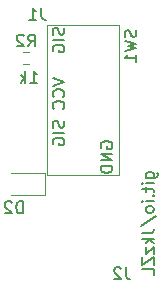
<source format=gbr>
%TF.GenerationSoftware,KiCad,Pcbnew,(5.1.7)-1*%
%TF.CreationDate,2020-11-20T16:51:11-06:00*%
%TF.ProjectId,PROBE-BOARD,50524f42-452d-4424-9f41-52442e6b6963,rev?*%
%TF.SameCoordinates,Original*%
%TF.FileFunction,Legend,Bot*%
%TF.FilePolarity,Positive*%
%FSLAX46Y46*%
G04 Gerber Fmt 4.6, Leading zero omitted, Abs format (unit mm)*
G04 Created by KiCad (PCBNEW (5.1.7)-1) date 2020-11-20 16:51:11*
%MOMM*%
%LPD*%
G01*
G04 APERTURE LIST*
%ADD10C,0.150000*%
%ADD11C,0.120000*%
G04 APERTURE END LIST*
D10*
X5310214Y-6580666D02*
X6119738Y-6580666D01*
X6214976Y-6533047D01*
X6262595Y-6485428D01*
X6310214Y-6390190D01*
X6310214Y-6247333D01*
X6262595Y-6152095D01*
X5929261Y-6580666D02*
X5976880Y-6485428D01*
X5976880Y-6294952D01*
X5929261Y-6199714D01*
X5881642Y-6152095D01*
X5786404Y-6104476D01*
X5500690Y-6104476D01*
X5405452Y-6152095D01*
X5357833Y-6199714D01*
X5310214Y-6294952D01*
X5310214Y-6485428D01*
X5357833Y-6580666D01*
X5976880Y-7056857D02*
X5310214Y-7056857D01*
X4976880Y-7056857D02*
X5024500Y-7009238D01*
X5072119Y-7056857D01*
X5024500Y-7104476D01*
X4976880Y-7056857D01*
X5072119Y-7056857D01*
X5310214Y-7390190D02*
X5310214Y-7771142D01*
X4976880Y-7533047D02*
X5834023Y-7533047D01*
X5929261Y-7580666D01*
X5976880Y-7675904D01*
X5976880Y-7771142D01*
X5881642Y-8104476D02*
X5929261Y-8152095D01*
X5976880Y-8104476D01*
X5929261Y-8056857D01*
X5881642Y-8104476D01*
X5976880Y-8104476D01*
X5976880Y-8580666D02*
X5310214Y-8580666D01*
X4976880Y-8580666D02*
X5024500Y-8533047D01*
X5072119Y-8580666D01*
X5024500Y-8628285D01*
X4976880Y-8580666D01*
X5072119Y-8580666D01*
X5976880Y-9199714D02*
X5929261Y-9104476D01*
X5881642Y-9056857D01*
X5786404Y-9009238D01*
X5500690Y-9009238D01*
X5405452Y-9056857D01*
X5357833Y-9104476D01*
X5310214Y-9199714D01*
X5310214Y-9342571D01*
X5357833Y-9437809D01*
X5405452Y-9485428D01*
X5500690Y-9533047D01*
X5786404Y-9533047D01*
X5881642Y-9485428D01*
X5929261Y-9437809D01*
X5976880Y-9342571D01*
X5976880Y-9199714D01*
X4929261Y-10675904D02*
X6214976Y-9818761D01*
X4976880Y-11294952D02*
X5691166Y-11294952D01*
X5834023Y-11247333D01*
X5929261Y-11152095D01*
X5976880Y-11009238D01*
X5976880Y-10913999D01*
X5976880Y-11771142D02*
X4976880Y-11771142D01*
X5595928Y-11866380D02*
X5976880Y-12152095D01*
X5310214Y-12152095D02*
X5691166Y-11771142D01*
X5310214Y-12485428D02*
X5310214Y-13009238D01*
X5976880Y-12485428D01*
X5976880Y-13009238D01*
X4976880Y-13294952D02*
X4976880Y-13961619D01*
X5976880Y-13294952D01*
X5976880Y-13961619D01*
X5976880Y-14818761D02*
X5976880Y-14342571D01*
X4976880Y-14342571D01*
X-4452952Y1452619D02*
X-3881523Y1452619D01*
X-4167238Y1452619D02*
X-4167238Y2452619D01*
X-4071999Y2309761D01*
X-3976761Y2214523D01*
X-3881523Y2166904D01*
X-4881523Y1452619D02*
X-4881523Y2452619D01*
X-4976761Y1833571D02*
X-5262476Y1452619D01*
X-5262476Y2119285D02*
X-4881523Y1738333D01*
X-1627238Y6103809D02*
X-1579619Y5960952D01*
X-1579619Y5722857D01*
X-1627238Y5627619D01*
X-1674857Y5580000D01*
X-1770095Y5532380D01*
X-1865333Y5532380D01*
X-1960571Y5580000D01*
X-2008190Y5627619D01*
X-2055809Y5722857D01*
X-2103428Y5913333D01*
X-2151047Y6008571D01*
X-2198666Y6056190D01*
X-2293904Y6103809D01*
X-2389142Y6103809D01*
X-2484380Y6056190D01*
X-2532000Y6008571D01*
X-2579619Y5913333D01*
X-2579619Y5675238D01*
X-2532000Y5532380D01*
X-1579619Y5103809D02*
X-2579619Y5103809D01*
X-2532000Y4103809D02*
X-2579619Y4199047D01*
X-2579619Y4341904D01*
X-2532000Y4484761D01*
X-2436761Y4580000D01*
X-2341523Y4627619D01*
X-2151047Y4675238D01*
X-2008190Y4675238D01*
X-1817714Y4627619D01*
X-1722476Y4580000D01*
X-1627238Y4484761D01*
X-1579619Y4341904D01*
X-1579619Y4246666D01*
X-1627238Y4103809D01*
X-1674857Y4056190D01*
X-2008190Y4056190D01*
X-2008190Y4246666D01*
X-2579619Y1841333D02*
X-1579619Y1508000D01*
X-2579619Y1174666D01*
X-1674857Y269904D02*
X-1627238Y317523D01*
X-1579619Y460380D01*
X-1579619Y555619D01*
X-1627238Y698476D01*
X-1722476Y793714D01*
X-1817714Y841333D01*
X-2008190Y888952D01*
X-2151047Y888952D01*
X-2341523Y841333D01*
X-2436761Y793714D01*
X-2532000Y698476D01*
X-2579619Y555619D01*
X-2579619Y460380D01*
X-2532000Y317523D01*
X-2484380Y269904D01*
X-1674857Y-730095D02*
X-1627238Y-682476D01*
X-1579619Y-539619D01*
X-1579619Y-444380D01*
X-1627238Y-301523D01*
X-1722476Y-206285D01*
X-1817714Y-158666D01*
X-2008190Y-111047D01*
X-2151047Y-111047D01*
X-2341523Y-158666D01*
X-2436761Y-206285D01*
X-2532000Y-301523D01*
X-2579619Y-444380D01*
X-2579619Y-539619D01*
X-2532000Y-682476D01*
X-2484380Y-730095D01*
X-1627238Y-1770190D02*
X-1579619Y-1913047D01*
X-1579619Y-2151142D01*
X-1627238Y-2246380D01*
X-1674857Y-2294000D01*
X-1770095Y-2341619D01*
X-1865333Y-2341619D01*
X-1960571Y-2294000D01*
X-2008190Y-2246380D01*
X-2055809Y-2151142D01*
X-2103428Y-1960666D01*
X-2151047Y-1865428D01*
X-2198666Y-1817809D01*
X-2293904Y-1770190D01*
X-2389142Y-1770190D01*
X-2484380Y-1817809D01*
X-2532000Y-1865428D01*
X-2579619Y-1960666D01*
X-2579619Y-2198761D01*
X-2532000Y-2341619D01*
X-1579619Y-2770190D02*
X-2579619Y-2770190D01*
X-2532000Y-3770190D02*
X-2579619Y-3674952D01*
X-2579619Y-3532095D01*
X-2532000Y-3389238D01*
X-2436761Y-3294000D01*
X-2341523Y-3246380D01*
X-2151047Y-3198761D01*
X-2008190Y-3198761D01*
X-1817714Y-3246380D01*
X-1722476Y-3294000D01*
X-1627238Y-3389238D01*
X-1579619Y-3532095D01*
X-1579619Y-3627333D01*
X-1627238Y-3770190D01*
X-1674857Y-3817809D01*
X-2008190Y-3817809D01*
X-2008190Y-3627333D01*
X1532000Y-4064095D02*
X1484380Y-3968857D01*
X1484380Y-3826000D01*
X1532000Y-3683142D01*
X1627238Y-3587904D01*
X1722476Y-3540285D01*
X1912952Y-3492666D01*
X2055809Y-3492666D01*
X2246285Y-3540285D01*
X2341523Y-3587904D01*
X2436761Y-3683142D01*
X2484380Y-3826000D01*
X2484380Y-3921238D01*
X2436761Y-4064095D01*
X2389142Y-4111714D01*
X2055809Y-4111714D01*
X2055809Y-3921238D01*
X2484380Y-4540285D02*
X1484380Y-4540285D01*
X2484380Y-5111714D01*
X1484380Y-5111714D01*
X2484380Y-5587904D02*
X1484380Y-5587904D01*
X1484380Y-5826000D01*
X1532000Y-5968857D01*
X1627238Y-6064095D01*
X1722476Y-6111714D01*
X1912952Y-6159333D01*
X2055809Y-6159333D01*
X2246285Y-6111714D01*
X2341523Y-6064095D01*
X2436761Y-5968857D01*
X2484380Y-5826000D01*
X2484380Y-5587904D01*
X3635333Y-14184380D02*
X3635333Y-14898666D01*
X3682952Y-15041523D01*
X3778190Y-15136761D01*
X3921047Y-15184380D01*
X4016285Y-15184380D01*
X3206761Y-14279619D02*
X3159142Y-14232000D01*
X3063904Y-14184380D01*
X2825809Y-14184380D01*
X2730571Y-14232000D01*
X2682952Y-14279619D01*
X2635333Y-14374857D01*
X2635333Y-14470095D01*
X2682952Y-14612952D01*
X3254380Y-15184380D01*
X2635333Y-15184380D01*
X-3540166Y7786619D02*
X-3540166Y7072333D01*
X-3492547Y6929476D01*
X-3397309Y6834238D01*
X-3254452Y6786619D01*
X-3159214Y6786619D01*
X-4540166Y6786619D02*
X-3968738Y6786619D01*
X-4254452Y6786619D02*
X-4254452Y7786619D01*
X-4159214Y7643761D01*
X-4063976Y7548523D01*
X-3968738Y7500904D01*
D11*
X-3048000Y-6350000D02*
X-3048000Y6350000D01*
X3048000Y-6350000D02*
X-3048000Y-6350000D01*
X3048000Y6350000D02*
X3048000Y-6350000D01*
X-3048000Y6350000D02*
X3048000Y6350000D01*
%TO.C,R2*%
X-4571276Y3033500D02*
X-5080724Y3033500D01*
X-4571276Y4078500D02*
X-5080724Y4078500D01*
%TO.C,D2*%
X-3211000Y-8072000D02*
X-6071000Y-8072000D01*
X-3211000Y-6152000D02*
X-3211000Y-8072000D01*
X-6071000Y-6152000D02*
X-3211000Y-6152000D01*
%TO.C,SW1*%
D10*
X4468761Y5905333D02*
X4516380Y5762476D01*
X4516380Y5524380D01*
X4468761Y5429142D01*
X4421142Y5381523D01*
X4325904Y5333904D01*
X4230666Y5333904D01*
X4135428Y5381523D01*
X4087809Y5429142D01*
X4040190Y5524380D01*
X3992571Y5714857D01*
X3944952Y5810095D01*
X3897333Y5857714D01*
X3802095Y5905333D01*
X3706857Y5905333D01*
X3611619Y5857714D01*
X3564000Y5810095D01*
X3516380Y5714857D01*
X3516380Y5476761D01*
X3564000Y5333904D01*
X3516380Y5000571D02*
X4516380Y4762476D01*
X3802095Y4572000D01*
X4516380Y4381523D01*
X3516380Y4143428D01*
X4516380Y3238666D02*
X4516380Y3810095D01*
X4516380Y3524380D02*
X3516380Y3524380D01*
X3659238Y3619619D01*
X3754476Y3714857D01*
X3802095Y3810095D01*
%TO.C,R2*%
X-4659333Y4533619D02*
X-4326000Y5009809D01*
X-4087904Y4533619D02*
X-4087904Y5533619D01*
X-4468857Y5533619D01*
X-4564095Y5486000D01*
X-4611714Y5438380D01*
X-4659333Y5343142D01*
X-4659333Y5200285D01*
X-4611714Y5105047D01*
X-4564095Y5057428D01*
X-4468857Y5009809D01*
X-4087904Y5009809D01*
X-5040285Y5438380D02*
X-5087904Y5486000D01*
X-5183142Y5533619D01*
X-5421238Y5533619D01*
X-5516476Y5486000D01*
X-5564095Y5438380D01*
X-5611714Y5343142D01*
X-5611714Y5247904D01*
X-5564095Y5105047D01*
X-4992666Y4533619D01*
X-5611714Y4533619D01*
%TO.C,D2*%
X-5103904Y-9596380D02*
X-5103904Y-8596380D01*
X-5342000Y-8596380D01*
X-5484857Y-8644000D01*
X-5580095Y-8739238D01*
X-5627714Y-8834476D01*
X-5675333Y-9024952D01*
X-5675333Y-9167809D01*
X-5627714Y-9358285D01*
X-5580095Y-9453523D01*
X-5484857Y-9548761D01*
X-5342000Y-9596380D01*
X-5103904Y-9596380D01*
X-6056285Y-8691619D02*
X-6103904Y-8644000D01*
X-6199142Y-8596380D01*
X-6437238Y-8596380D01*
X-6532476Y-8644000D01*
X-6580095Y-8691619D01*
X-6627714Y-8786857D01*
X-6627714Y-8882095D01*
X-6580095Y-9024952D01*
X-6008666Y-9596380D01*
X-6627714Y-9596380D01*
%TD*%
M02*

</source>
